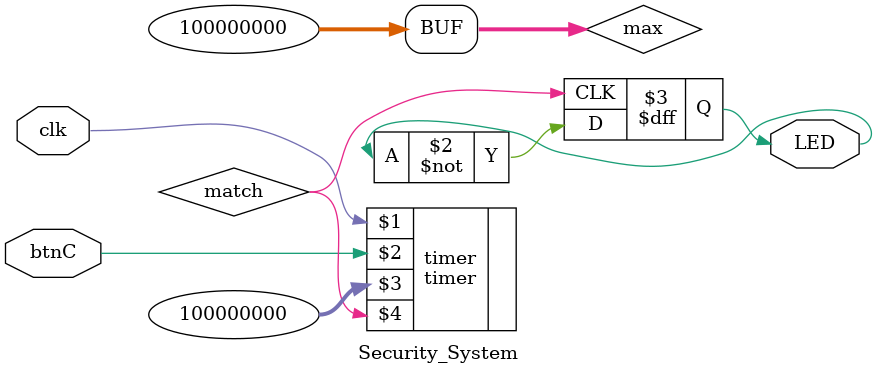
<source format=v>
`timescale 1ns / 1ps


module Security_System(
    input clk,
    input btnC,
    output reg LED
    );
//0.000001
wire [31:0] max = 100000000;
wire match;

timer timer(clk,btnC,max,match);

always@(posedge match) begin
    LED = ~LED;
end



endmodule

</source>
